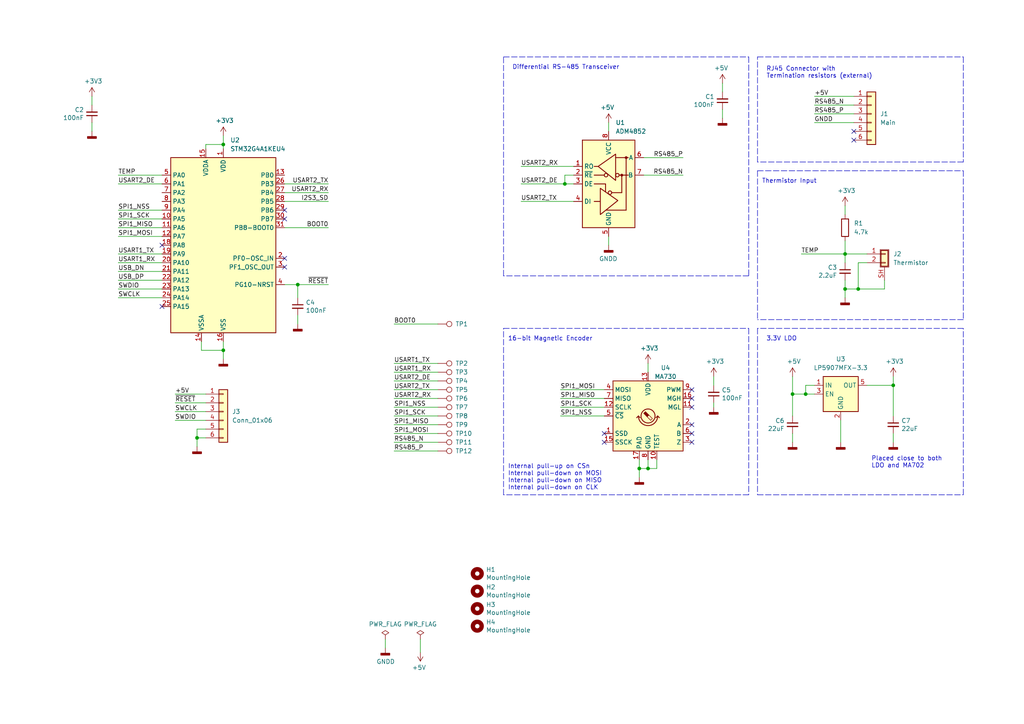
<source format=kicad_sch>
(kicad_sch (version 20211123) (generator eeschema)
  (paper "A4")
  (title_block (title "Differential Encoder") (date "2020-10-20") (rev "1") (company "ODrive Robotics") (comment 1 "Wetmelon"))
  (lib_symbols
    (symbol "Connector:TestPoint" (pin_numbers hide) (pin_names (offset 0.762) hide)
      (property "Reference" "TP" (at 0 6.858 0))
      (property "Value" "TestPoint" (at 0 5.08 0))
      (symbol "TestPoint_0_1"
        (circle (center 0 3.302) (radius 0.762))
      )
      (symbol "TestPoint_1_1"
        (pin passive line (at 0 0 90) (length 2.54) (name "1") (number "1"))
      )
    )
    (symbol "Connector_Generic:Conn_01x06" (pin_names (offset 1.016) hide)
      (property "Reference" "J" (at 0 7.62 0))
      (property "Value" "Conn_01x06" (at 0 -10.16 0))
      (symbol "Conn_01x06_1_1"
        (rectangle (start -1.27 -7.493) (end 0 -7.747) (stroke (width 0.1524)))
        (rectangle (start -1.27 -4.953) (end 0 -5.207) (stroke (width 0.1524)))
        (rectangle (start -1.27 -2.413) (end 0 -2.667) (stroke (width 0.1524)))
        (rectangle (start -1.27 0.127) (end 0 -0.127) (stroke (width 0.1524)))
        (rectangle (start -1.27 2.667) (end 0 2.413) (stroke (width 0.1524)))
        (rectangle (start -1.27 5.207) (end 0 4.953) (stroke (width 0.1524)))
        (rectangle (start -1.27 6.35) (end 1.27 -8.89) (stroke (width 0.254)) (fill (type background)))
        (pin passive line (at -5.08 5.08 0) (length 3.81) (name "Pin_1") (number "1"))
        (pin passive line (at -5.08 2.54 0) (length 3.81) (name "Pin_2") (number "2"))
        (pin passive line (at -5.08 0 0) (length 3.81) (name "Pin_3") (number "3"))
        (pin passive line (at -5.08 -2.54 0) (length 3.81) (name "Pin_4") (number "4"))
        (pin passive line (at -5.08 -5.08 0) (length 3.81) (name "Pin_5") (number "5"))
        (pin passive line (at -5.08 -7.62 0) (length 3.81) (name "Pin_6") (number "6"))
      )
    )
    (symbol "Connector_Generic_Shielded:Conn_01x02_Shielded" (pin_names (offset 1.016) hide)
      (property "Reference" "J" (at 0.254 2.286 0))
      (property "Value" "Conn_01x02_Shielded" (at 1.016 -4.826 0))
      (symbol "Conn_01x02_Shielded_1_1"
        (rectangle (start -1.27 1.27) (end 1.27 -3.81) (stroke (width 0.1524)))
        (rectangle (start -1.016 -2.413) (end 0.254 -2.667) (stroke (width 0.1524)))
        (rectangle (start -1.016 0.127) (end 0.254 -0.127) (stroke (width 0.1524)))
        (rectangle (start -1.016 1.016) (end 1.016 -3.556) (stroke (width 0.254)) (fill (type background)))
        (pin passive line (at -5.08 0 0) (length 4.064) (name "Pin_1") (number "1"))
        (pin passive line (at -5.08 -2.54 0) (length 4.064) (name "Pin_2") (number "2"))
        (pin passive line (at 0 -7.62 90) (length 3.81) (name "Shield") (number "SH"))
      )
    )
    (symbol "Device:C_Small" (pin_numbers hide) (pin_names (offset 0.254) hide)
      (property "Reference" "C" (at 0.254 1.778 0))
      (property "Value" "C_Small" (at 0.254 -2.032 0))
      (symbol "C_Small_0_1"
        (polyline (pts (xy -1.524 -0.508) (xy 1.524 -0.508)) (stroke (width 0.3302)))
        (polyline (pts (xy -1.524 0.508) (xy 1.524 0.508)) (stroke (width 0.3048)))
      )
      (symbol "C_Small_1_1"
        (pin passive line (at 0 2.54 270) (length 2.032) (name "~") (number "1"))
        (pin passive line (at 0 -2.54 90) (length 2.032) (name "~") (number "2"))
      )
    )
    (symbol "Device:R" (pin_numbers hide) (pin_names (offset 0))
      (property "Reference" "R" (at 2.032 0 90))
      (property "Value" "R" (at 0 0 90))
      (symbol "R_0_1"
        (rectangle (start -1.016 -2.54) (end 1.016 2.54) (stroke (width 0.254)))
      )
      (symbol "R_1_1"
        (pin passive line (at 0 3.81 270) (length 1.27) (name "~") (number "1"))
        (pin passive line (at 0 -3.81 90) (length 1.27) (name "~") (number "2"))
      )
    )
    (symbol "Interface_UART:LTC2850xS8"
      (property "Reference" "U2" (at 2.0194 17.78 0))
      (property "Value" "ADM4852" (at 2.0194 15.24 0))
      (symbol "LTC2850xS8_0_1"
        (rectangle (start -7.62 12.7) (end 7.62 -12.7) (stroke (width 0.254)) (fill (type background)))
        (polyline (pts (xy -4.191 2.54) (xy -1.27 2.54)) (stroke (width 0.254)))
        (polyline (pts (xy -2.54 -5.08) (xy -4.191 -5.08)) (stroke (width 0.254)))
        (polyline (pts (xy -0.635 -7.62) (xy 5.08 -7.62)) (stroke (width 0.254)))
        (polyline (pts (xy 0.889 -2.54) (xy 3.81 -2.54)) (stroke (width 0.254)))
        (polyline (pts (xy 2.032 7.62) (xy 5.715 7.62)) (stroke (width 0.254)))
        (polyline (pts (xy 3.048 2.54) (xy 5.715 2.54)) (stroke (width 0.254)))
        (polyline (pts (xy 3.81 -2.54) (xy 3.81 2.54)) (stroke (width 0.254)))
        (polyline (pts (xy 5.08 -7.62) (xy 5.08 7.62)) (stroke (width 0.254)))
        (polyline (pts (xy -4.191 0) (xy -0.889 0) (xy -0.889 -2.286)) (stroke (width 0.254)))
        (polyline (pts (xy -3.175 5.08) (xy -4.191 5.08) (xy -4.064 5.08)) (stroke (width 0.254)))
        (polyline (pts (xy -2.413 -5.08) (xy -2.413 -1.27) (xy 2.667 -4.826) (xy -2.413 -8.89) (xy -2.413 -5.08)) (stroke (width 0.254)))
        (circle (center 0.381 -2.54) (radius 0.508) (stroke (width 0.254)))
        (circle (center 3.81 2.54) (radius 0.2794) (stroke (width 0.254)) (fill (type outline)))
      )
      (symbol "LTC2850xS8_1_1"
        (circle (center -0.762 2.54) (radius 0.508) (stroke (width 0.254)))
        (polyline (pts (xy 2.032 4.826) (xy 2.032 8.636) (xy -3.048 5.08) (xy 2.032 1.016) (xy 2.032 4.826)) (stroke (width 0.254)))
        (circle (center 2.54 2.54) (radius 0.508) (stroke (width 0.254)))
        (circle (center 5.08 7.62) (radius 0.2794) (stroke (width 0.254)) (fill (type outline)))
        (pin output line (at -10.16 5.08 0) (length 2.54) (name "RO") (number "1"))
        (pin input line (at -10.16 2.54 0) (length 2.54) (name "~{RE}") (number "2"))
        (pin input line (at -10.16 0 0) (length 2.54) (name "DE") (number "3"))
        (pin input line (at -10.16 -5.08 0) (length 2.54) (name "DI") (number "4"))
        (pin power_in line (at 0 -15.24 90) (length 2.54) (name "GND") (number "5"))
        (pin bidirectional line (at 10.16 7.62 180) (length 2.54) (name "A") (number "6"))
        (pin bidirectional line (at 10.16 2.54 180) (length 2.54) (name "B") (number "7"))
        (pin power_in line (at 0 15.24 270) (length 2.54) (name "VCC") (number "8"))
        (pin input line (at 0 -15.24 90) (length 2.54) hide (name "") (number "PAD"))
      )
    )
    (symbol "Mechanical:MountingHole" (pin_names (offset 1.016))
      (property "Reference" "H" (at 0 5.08 0))
      (property "Value" "MountingHole" (at 0 3.175 0))
      (symbol "MountingHole_0_1"
        (circle (center 0 0) (radius 1.27) (stroke (width 1.27)))
      )
    )
    (symbol "Regulator_Linear:LP5907MFX-3.3"
      (property "Reference" "U" (at -3.81 6.35 0))
      (property "Value" "LP5907MFX-3.3" (at 6.35 6.35 0))
      (symbol "LP5907MFX-3.3_0_1"
        (rectangle (start -5.08 -5.08) (end 5.08 5.08) (stroke (width 0.254)) (fill (type background)))
        (pin power_in line (at -7.62 2.54 0) (length 2.54) (name "IN") (number "1"))
        (pin power_in line (at 0 -7.62 90) (length 2.54) (name "GND") (number "2"))
        (pin input line (at -7.62 0 0) (length 2.54) (name "EN") (number "3"))
        (pin no_connect line (at 5.08 0 180) (length 2.54) hide (name "NC") (number "4"))
        (pin power_out line (at 7.62 2.54 180) (length 2.54) (name "OUT") (number "5"))
      )
    )
    (symbol "Sensor_Magnetic:MA730"
      (property "Reference" "U" (at -10.16 11.43 0))
      (property "Value" "MA730" (at 10.16 11.43 0))
      (symbol "MA730_0_1"
        (rectangle (start -10.16 10.16) (end 10.16 -10.16) (stroke (width 0.254)) (fill (type background)))
        (arc (start -2.794 0) (mid 0 -2.794) (end 2.794 0) (stroke (width 0.254)))
        (polyline (pts (xy -2.794 0) (xy -3.302 -0.508)) (stroke (width 0.254)))
        (polyline (pts (xy -2.794 0) (xy -2.286 -0.508)) (stroke (width 0.254)))
        (polyline (pts (xy 2.794 0) (xy 2.286 -0.508)) (stroke (width 0.254)))
        (polyline (pts (xy 2.794 0) (xy 3.302 -0.508)) (stroke (width 0.254)))
      )
      (symbol "MA730_1_1"
        (polyline (pts (xy 0.254 0.254) (xy 1.27 -0.762) (xy 0.762 -1.27) (xy -0.254 -0.254)))
        (polyline (pts (xy -0.762 1.27) (xy 0.254 0.254) (xy -0.254 -0.254) (xy -1.27 0.762) (xy -1.016 1.016) (xy -0.762 1.27) (xy -0.635 1.143)) (fill (type outline)))
        (circle (center 0 0) (radius 2.032) (stroke (width 0.254)))
        (pin output line (at -12.7 -5.08 0) (length 2.54) (name "SSD") (number "1"))
        (pin passive line (at 2.54 -12.7 90) (length 2.54) (name "TEST") (number "10"))
        (pin output line (at 12.7 2.54 180) (length 2.54) (name "MGL") (number "11"))
        (pin input line (at -12.7 2.54 0) (length 2.54) (name "SCLK") (number "12"))
        (pin power_in line (at 0 12.7 270) (length 2.54) (name "VDD") (number "13"))
        (pin no_connect line (at 5.08 -10.16 90) (length 2.54) hide (name "NC") (number "14"))
        (pin input line (at -12.7 -7.62 0) (length 2.54) (name "SSCK") (number "15"))
        (pin output line (at 12.7 5.08 180) (length 2.54) (name "MGH") (number "16"))
        (pin input line (at -2.54 -12.7 90) (length 2.54) (name "PAD") (number "17"))
        (pin output line (at 12.7 -2.54 180) (length 2.54) (name "A") (number "2"))
        (pin output line (at 12.7 -7.62 180) (length 2.54) (name "Z") (number "3"))
        (pin input line (at -12.7 7.62 0) (length 2.54) (name "MOSI") (number "4"))
        (pin input line (at -12.7 0 0) (length 2.54) (name "~{CS}") (number "5"))
        (pin output line (at 12.7 -5.08 180) (length 2.54) (name "B") (number "6"))
        (pin output line (at -12.7 5.08 0) (length 2.54) (name "MISO") (number "7"))
        (pin power_in line (at 0 -12.7 90) (length 2.54) (name "GND") (number "8"))
        (pin output line (at 12.7 7.62 180) (length 2.54) (name "PWM") (number "9"))
      )
    )
    (symbol "Wetmelon:STM32G4A1KEU4"
      (property "Reference" "U2" (at 2.0194 30.48 0))
      (property "Value" "STM32G4A1KEU4" (at 2.0194 27.94 0))
      (symbol "STM32G4A1KEU4_0_1"
        (rectangle (start -15.24 -25.4) (end 15.24 25.4) (stroke (width 0.254)) (fill (type background)))
      )
      (symbol "STM32G4A1KEU4_1_1"
        (pin power_in line (at 0 27.94 270) (length 2.54) (name "VDD") (number "1"))
        (pin bidirectional line (at -17.78 7.62 0) (length 2.54) (name "PA5") (number "10"))
        (pin bidirectional line (at -17.78 5.08 0) (length 2.54) (name "PA6") (number "11"))
        (pin bidirectional line (at -17.78 2.54 0) (length 2.54) (name "PA7") (number "12"))
        (pin bidirectional line (at 17.78 20.32 180) (length 2.54) (name "PB0") (number "13"))
        (pin power_in line (at -6.35 -27.94 90) (length 2.54) (name "VSSA") (number "14"))
        (pin power_in line (at -5.08 27.94 270) (length 2.54) (name "VDDA") (number "15"))
        (pin power_in line (at 0 -27.94 90) (length 2.54) (name "VSS") (number "16"))
        (pin power_in line (at 0 27.94 270) (length 2.54) hide (name "VDD") (number "17"))
        (pin bidirectional line (at -17.78 0 0) (length 2.54) (name "PA8") (number "18"))
        (pin bidirectional line (at -17.78 -2.54 0) (length 2.54) (name "PA9") (number "19"))
        (pin bidirectional line (at 17.78 -3.81 180) (length 2.54) (name "PF0-OSC_IN") (number "2"))
        (pin bidirectional line (at -17.78 -5.08 0) (length 2.54) (name "PA10") (number "20"))
        (pin bidirectional line (at -17.78 -7.62 0) (length 2.54) (name "PA11") (number "21"))
        (pin bidirectional line (at -17.78 -10.16 0) (length 2.54) (name "PA12") (number "22"))
        (pin bidirectional line (at -17.78 -12.7 0) (length 2.54) (name "PA13") (number "23"))
        (pin bidirectional line (at -17.78 -15.24 0) (length 2.54) (name "PA14") (number "24"))
        (pin bidirectional line (at -17.78 -17.78 0) (length 2.54) (name "PA15") (number "25"))
        (pin bidirectional line (at 17.78 17.78 180) (length 2.54) (name "PB3") (number "26"))
        (pin bidirectional line (at 17.78 15.24 180) (length 2.54) (name "PB4") (number "27"))
        (pin bidirectional line (at 17.78 12.7 180) (length 2.54) (name "PB5") (number "28"))
        (pin bidirectional line (at 17.78 10.16 180) (length 2.54) (name "PB6") (number "29"))
        (pin bidirectional line (at 17.78 -6.35 180) (length 2.54) (name "PF1_OSC_OUT") (number "3"))
        (pin bidirectional line (at 17.78 7.62 180) (length 2.54) (name "PB7") (number "30"))
        (pin bidirectional line (at 17.78 5.08 180) (length 2.54) (name "PB8-BOOT0") (number "31"))
        (pin power_in line (at 0 -27.94 90) (length 2.54) hide (name "VSS") (number "32"))
        (pin input line (at 0 -27.94 90) (length 2.54) hide (name "PAD") (number "33"))
        (pin bidirectional line (at 17.78 -11.43 180) (length 2.54) (name "PG10-NRST") (number "4"))
        (pin bidirectional line (at -17.78 20.32 0) (length 2.54) (name "PA0") (number "5"))
        (pin bidirectional line (at -17.78 17.78 0) (length 2.54) (name "PA1") (number "6"))
        (pin bidirectional line (at -17.78 15.24 0) (length 2.54) (name "PA2") (number "7"))
        (pin bidirectional line (at -17.78 12.7 0) (length 2.54) (name "PA3") (number "8"))
        (pin bidirectional line (at -17.78 10.16 0) (length 2.54) (name "PA4") (number "9"))
      )
    )
    (symbol "power:+3.3V" (power) (pin_names (offset 0))
      (property "Value" "+3.3V" (at 0 3.556 0))
      (symbol "+3.3V_0_1"
        (polyline (pts (xy -0.762 1.27) (xy 0 2.54)))
        (polyline (pts (xy 0 0) (xy 0 2.54)))
        (polyline (pts (xy 0 2.54) (xy 0.762 1.27)))
      )
      (symbol "+3.3V_1_1"
        (pin power_in line (at 0 0 90) (length 0) hide (name "+3V3") (number "1"))
      )
    )
    (symbol "power:+5V" (power) (pin_names (offset 0))
      (property "Value" "+5V" (at 0 3.556 0))
      (symbol "+5V_0_1"
        (polyline (pts (xy -0.762 1.27) (xy 0 2.54)))
        (polyline (pts (xy 0 0) (xy 0 2.54)))
        (polyline (pts (xy 0 2.54) (xy 0.762 1.27)))
      )
      (symbol "+5V_1_1"
        (pin power_in line (at 0 0 90) (length 0) hide (name "+5V") (number "1"))
      )
    )
    (symbol "power:GNDD" (power) (pin_names (offset 0))
      (property "Value" "GNDD" (at 0 -3.175 0))
      (symbol "GNDD_0_1"
        (rectangle (start -1.27 -1.524) (end 1.27 -2.032) (stroke (width 0.254)) (fill (type outline)))
        (polyline (pts (xy 0 0) (xy 0 -1.524)))
      )
      (symbol "GNDD_1_1"
        (pin power_in line (at 0 0 270) (length 0) hide (name "GNDD") (number "1"))
      )
    )
    (symbol "power:PWR_FLAG" (power) (pin_numbers hide) (pin_names (offset 0) hide)
      (property "Value" "PWR_FLAG" (at 0 3.81 0))
      (symbol "PWR_FLAG_0_0"
        (pin power_out line (at 0 0 90) (length 0) (name "pwr") (number "1"))
      )
      (symbol "PWR_FLAG_0_1"
        (polyline (pts (xy 0 0) (xy 0 1.27) (xy -1.016 1.905) (xy 0 2.54) (xy 1.016 1.905) (xy 0 1.27)))
      )
    )
  )
  (junction (at 57.15 127))
  (junction (at 248.92 83.82))
  (junction (at 163.83 53.34))
  (junction (at 64.77 101.6))
  (junction (at 259.08 111.76))
  (junction (at 245.11 83.82))
  (junction (at 64.77 41.91))
  (junction (at 233.68 114.3))
  (junction (at 185.42 135.89))
  (junction (at 245.11 73.66))
  (junction (at 86.36 82.55))
  (junction (at 187.96 135.89))
  (junction (at 229.87 114.3))
  (no_connect (at 82.55 63.5))
  (no_connect (at 82.55 60.96))
  (no_connect (at 175.26 125.73))
  (no_connect (at 200.66 118.11))
  (no_connect (at 200.66 123.19))
  (no_connect (at 46.99 88.9))
  (no_connect (at 247.65 38.1))
  (no_connect (at 82.55 77.47))
  (no_connect (at 46.99 71.12))
  (no_connect (at 247.65 40.64))
  (no_connect (at 175.26 128.27))
  (no_connect (at 200.66 113.03))
  (no_connect (at 82.55 74.93))
  (no_connect (at 200.66 128.27))
  (no_connect (at 200.66 125.73))
  (no_connect (at 200.66 115.57))
  (wire (pts (xy 34.29 63.5) (xy 46.99 63.5)))
  (wire (pts (xy 26.67 35.56) (xy 26.67 38.1)))
  (wire (pts (xy 34.29 68.58) (xy 46.99 68.58)))
  (wire (pts (xy 34.29 73.66) (xy 46.99 73.66)))
  (wire (pts (xy 245.11 81.28) (xy 245.11 83.82)))
  (wire (pts (xy 34.29 60.96) (xy 46.99 60.96)))
  (wire (pts (xy 114.3 120.65) (xy 127 120.65)))
  (polyline (pts (xy 279.4 49.53) (xy 279.4 92.71)))
  (wire (pts (xy 114.3 128.27) (xy 127 128.27)))
  (wire (pts (xy 243.84 121.92) (xy 243.84 128.27)))
  (polyline (pts (xy 219.71 143.51) (xy 279.4 143.51)))
  (wire (pts (xy 187.96 135.89) (xy 190.5 135.89)))
  (wire (pts (xy 34.29 50.8) (xy 46.99 50.8)))
  (wire (pts (xy 251.46 73.66) (xy 245.11 73.66)))
  (wire (pts (xy 114.3 110.49) (xy 127 110.49)))
  (wire (pts (xy 236.22 30.48) (xy 247.65 30.48)))
  (wire (pts (xy 162.56 118.11) (xy 175.26 118.11)))
  (wire (pts (xy 59.69 43.18) (xy 59.69 41.91)))
  (polyline (pts (xy 219.71 49.53) (xy 219.71 92.71)))
  (wire (pts (xy 114.3 107.95) (xy 127 107.95)))
  (polyline (pts (xy 219.71 49.53) (xy 279.4 49.53)))
  (wire (pts (xy 34.29 86.36) (xy 46.99 86.36)))
  (wire (pts (xy 57.15 129.54) (xy 57.15 127)))
  (wire (pts (xy 86.36 91.44) (xy 86.36 93.98)))
  (wire (pts (xy 259.08 109.22) (xy 259.08 111.76)))
  (wire (pts (xy 233.68 114.3) (xy 229.87 114.3)))
  (polyline (pts (xy 279.4 46.99) (xy 219.71 46.99)))
  (wire (pts (xy 207.01 116.84) (xy 207.01 118.11)))
  (polyline (pts (xy 217.17 80.01) (xy 146.05 80.01)))
  (wire (pts (xy 64.77 101.6) (xy 64.77 104.14)))
  (wire (pts (xy 50.8 121.92) (xy 59.69 121.92)))
  (wire (pts (xy 64.77 41.91) (xy 64.77 43.18)))
  (wire (pts (xy 163.83 50.8) (xy 163.83 53.34)))
  (wire (pts (xy 162.56 115.57) (xy 175.26 115.57)))
  (wire (pts (xy 82.55 82.55) (xy 86.36 82.55)))
  (wire (pts (xy 34.29 83.82) (xy 46.99 83.82)))
  (wire (pts (xy 232.41 73.66) (xy 245.11 73.66)))
  (wire (pts (xy 162.56 113.03) (xy 175.26 113.03)))
  (wire (pts (xy 245.11 83.82) (xy 245.11 86.36)))
  (wire (pts (xy 58.42 99.06) (xy 58.42 101.6)))
  (wire (pts (xy 236.22 27.94) (xy 247.65 27.94)))
  (wire (pts (xy 151.13 48.26) (xy 166.37 48.26)))
  (wire (pts (xy 50.8 116.84) (xy 59.69 116.84)))
  (wire (pts (xy 233.68 111.76) (xy 233.68 114.3)))
  (polyline (pts (xy 279.4 16.51) (xy 279.4 46.99)))
  (wire (pts (xy 114.3 125.73) (xy 127 125.73)))
  (wire (pts (xy 57.15 124.46) (xy 59.69 124.46)))
  (wire (pts (xy 245.11 59.69) (xy 245.11 62.23)))
  (wire (pts (xy 187.96 135.89) (xy 187.96 133.35)))
  (wire (pts (xy 248.92 76.2) (xy 248.92 83.82)))
  (wire (pts (xy 34.29 81.28) (xy 46.99 81.28)))
  (polyline (pts (xy 146.05 80.01) (xy 146.05 16.51)))
  (wire (pts (xy 209.55 24.13) (xy 209.55 26.67)))
  (wire (pts (xy 256.54 83.82) (xy 256.54 81.28)))
  (wire (pts (xy 114.3 118.11) (xy 127 118.11)))
  (wire (pts (xy 229.87 125.73) (xy 229.87 128.27)))
  (wire (pts (xy 185.42 135.89) (xy 185.42 133.35)))
  (wire (pts (xy 151.13 58.42) (xy 166.37 58.42)))
  (wire (pts (xy 236.22 114.3) (xy 233.68 114.3)))
  (polyline (pts (xy 217.17 143.51) (xy 146.05 143.51)))
  (wire (pts (xy 86.36 82.55) (xy 95.25 82.55)))
  (wire (pts (xy 34.29 76.2) (xy 46.99 76.2)))
  (wire (pts (xy 114.3 130.81) (xy 127 130.81)))
  (polyline (pts (xy 279.4 143.51) (xy 279.4 95.25)))
  (wire (pts (xy 248.92 83.82) (xy 245.11 83.82)))
  (polyline (pts (xy 146.05 143.51) (xy 146.05 95.25)))
  (wire (pts (xy 127 93.98) (xy 114.3 93.98)))
  (wire (pts (xy 176.53 68.58) (xy 176.53 71.12)))
  (wire (pts (xy 151.13 53.34) (xy 163.83 53.34)))
  (wire (pts (xy 186.69 45.72) (xy 198.12 45.72)))
  (wire (pts (xy 86.36 82.55) (xy 86.36 86.36)))
  (wire (pts (xy 236.22 33.02) (xy 247.65 33.02)))
  (wire (pts (xy 209.55 34.29) (xy 209.55 31.75)))
  (polyline (pts (xy 217.17 95.25) (xy 217.17 143.51)))
  (wire (pts (xy 248.92 83.82) (xy 256.54 83.82)))
  (wire (pts (xy 259.08 125.73) (xy 259.08 128.27)))
  (wire (pts (xy 64.77 39.37) (xy 64.77 41.91)))
  (wire (pts (xy 229.87 109.22) (xy 229.87 114.3)))
  (wire (pts (xy 121.92 189.23) (xy 121.92 185.42)))
  (wire (pts (xy 236.22 35.56) (xy 247.65 35.56)))
  (wire (pts (xy 64.77 99.06) (xy 64.77 101.6)))
  (wire (pts (xy 57.15 127) (xy 57.15 124.46)))
  (polyline (pts (xy 279.4 92.71) (xy 219.71 92.71)))
  (wire (pts (xy 50.8 114.3) (xy 59.69 114.3)))
  (wire (pts (xy 251.46 76.2) (xy 248.92 76.2)))
  (wire (pts (xy 163.83 50.8) (xy 166.37 50.8)))
  (wire (pts (xy 186.69 50.8) (xy 198.12 50.8)))
  (wire (pts (xy 185.42 138.43) (xy 185.42 135.89)))
  (wire (pts (xy 114.3 115.57) (xy 127 115.57)))
  (wire (pts (xy 50.8 119.38) (xy 59.69 119.38)))
  (wire (pts (xy 187.96 105.41) (xy 187.96 107.95)))
  (wire (pts (xy 259.08 111.76) (xy 259.08 120.65)))
  (wire (pts (xy 95.25 55.88) (xy 82.55 55.88)))
  (wire (pts (xy 245.11 73.66) (xy 245.11 69.85)))
  (polyline (pts (xy 219.71 46.99) (xy 219.71 16.51)))
  (wire (pts (xy 162.56 120.65) (xy 175.26 120.65)))
  (polyline (pts (xy 219.71 16.51) (xy 279.4 16.51)))
  (polyline (pts (xy 146.05 95.25) (xy 217.17 95.25)))
  (wire (pts (xy 26.67 27.94) (xy 26.67 30.48)))
  (wire (pts (xy 34.29 66.04) (xy 46.99 66.04)))
  (wire (pts (xy 82.55 58.42) (xy 95.25 58.42)))
  (wire (pts (xy 114.3 105.41) (xy 127 105.41)))
  (polyline (pts (xy 146.05 16.51) (xy 217.17 16.51)))
  (wire (pts (xy 59.69 41.91) (xy 64.77 41.91)))
  (wire (pts (xy 111.76 185.42) (xy 111.76 187.96)))
  (wire (pts (xy 236.22 111.76) (xy 233.68 111.76)))
  (wire (pts (xy 190.5 135.89) (xy 190.5 133.35)))
  (wire (pts (xy 58.42 101.6) (xy 64.77 101.6)))
  (wire (pts (xy 163.83 53.34) (xy 166.37 53.34)))
  (polyline (pts (xy 219.71 95.25) (xy 219.71 143.51)))
  (polyline (pts (xy 217.17 16.51) (xy 217.17 80.01)))
  (wire (pts (xy 229.87 114.3) (xy 229.87 120.65)))
  (wire (pts (xy 176.53 35.56) (xy 176.53 38.1)))
  (polyline (pts (xy 279.4 95.25) (xy 219.71 95.25)))
  (wire (pts (xy 207.01 109.22) (xy 207.01 111.76)))
  (wire (pts (xy 114.3 123.19) (xy 127 123.19)))
  (wire (pts (xy 95.25 53.34) (xy 82.55 53.34)))
  (wire (pts (xy 57.15 127) (xy 59.69 127)))
  (wire (pts (xy 185.42 135.89) (xy 187.96 135.89)))
  (wire (pts (xy 114.3 113.03) (xy 127 113.03)))
  (wire (pts (xy 245.11 73.66) (xy 245.11 76.2)))
  (wire (pts (xy 34.29 78.74) (xy 46.99 78.74)))
  (wire (pts (xy 82.55 66.04) (xy 95.25 66.04)))
  (wire (pts (xy 34.29 53.34) (xy 46.99 53.34)))
  (wire (pts (xy 251.46 111.76) (xy 259.08 111.76)))
  (text "Thermistor Input" (at 220.98 53.34 0) (effects (font (size 1.27 1.27)) (justify left bottom)))
  (text "Internal pull-up on CSn\nInternal pull-down on MOSI\nInternal pull-down on MISO\nInternal pull-down on CLK" (at 147.32 142.24 0) (effects (font (size 1.27 1.27)) (justify left bottom)))
  (text "16-bit Magnetic Encoder" (at 147.32 99.06 0) (effects (font (size 1.27 1.27)) (justify left bottom)))
  (text "Placed close to both\nLDO and MA702" (at 252.73 135.89 0) (effects (font (size 1.27 1.27)) (justify left bottom)))
  (text "3.3V LDO" (at 222.25 99.06 0) (effects (font (size 1.27 1.27)) (justify left bottom)))
  (text "Differential RS-485 Transceiver" (at 148.59 20.32 0) (effects (font (size 1.27 1.27)) (justify left bottom)))
  (text "RJ45 Connector with\nTermination resistors (external)" (at 222.25 22.86 0) (effects (font (size 1.27 1.27)) (justify left bottom)))
  (label "RS485_P" (at 198.12 45.72 180))
  (label "RS485_N" (at 236.22 30.48 0))
  (label "SWCLK" (at 50.8 119.38 0))
  (label "USB_DP" (at 34.29 81.28 0))
  (label "USART1_TX" (at 34.29 73.66 0))
  (label "SPI1_SCK" (at 114.3 120.65 0))
  (label "+5V" (at 236.22 27.94 0))
  (label "USART2_RX" (at 95.25 55.88 180))
  (label "RS485_N" (at 114.3 128.27 0))
  (label "BOOT0" (at 95.25 66.04 180))
  (label "SPI1_MISO" (at 114.3 123.19 0))
  (label "RS485_P" (at 236.22 33.02 0))
  (label "SPI1_MISO" (at 34.29 66.04 0))
  (label "USART2_TX" (at 95.25 53.34 180))
  (label "SPI1_SCK" (at 162.56 118.11 0))
  (label "SPI1_SCK" (at 34.29 63.5 0))
  (label "SPI1_MOSI" (at 114.3 125.73 0))
  (label "SWCLK" (at 34.29 86.36 0))
  (label "USART2_RX" (at 151.13 48.26 0))
  (label "RS485_P" (at 114.3 130.81 0))
  (label "RS485_N" (at 198.12 50.8 180))
  (label "USART2_DE" (at 114.3 110.49 0))
  (label "SPI1_NSS" (at 114.3 118.11 0))
  (label "TEMP" (at 232.41 73.66 0))
  (label "SPI1_MOSI" (at 34.29 68.58 0))
  (label "BOOT0" (at 114.3 93.98 0))
  (label "SPI1_NSS" (at 162.56 120.65 0))
  (label "~{RESET}" (at 50.8 116.84 0))
  (label "+5V" (at 50.8 114.3 0))
  (label "USART1_RX" (at 34.29 76.2 0))
  (label "SPI1_MOSI" (at 162.56 113.03 0))
  (label "USART2_RX" (at 114.3 115.57 0))
  (label "SWDIO" (at 50.8 121.92 0))
  (label "USB_DN" (at 34.29 78.74 0))
  (label "USART2_TX" (at 151.13 58.42 0))
  (label "I2S3_SD" (at 95.25 58.42 180))
  (label "SPI1_NSS" (at 34.29 60.96 0))
  (label "SWDIO" (at 34.29 83.82 0))
  (label "~{RESET}" (at 95.25 82.55 180))
  (label "USART2_TX" (at 114.3 113.03 0))
  (label "USART2_DE" (at 34.29 53.34 0))
  (label "USART1_RX" (at 114.3 107.95 0))
  (label "SPI1_MISO" (at 162.56 115.57 0))
  (label "GNDD" (at 236.22 35.56 0))
  (label "TEMP" (at 34.29 50.8 0))
  (label "USART1_TX" (at 114.3 105.41 0))
  (label "USART2_DE" (at 151.13 53.34 0))
  (symbol (lib_id "power:+5V") (at 176.53 35.56 0) (mirror y) (unit 1)
    (property "Reference" "#PWR04" (effects hide))
    (property "Value" "+5V" (at 176.149 31.1658 0))
  )
  (symbol (lib_id "power:GNDD") (at 176.53 71.12 0) (mirror y) (unit 1)
    (property "Reference" "#PWR08" (effects hide))
    (property "Value" "GNDD" (at 176.4284 75.057 0))
  )
  (symbol (lib_id "power:+5V") (at 121.92 189.23 180) (unit 1)
    (property "Reference" "#PWR023" (effects hide))
    (property "Value" "+5V" (at 121.539 193.6242 0))
  )
  (symbol (lib_id "power:PWR_FLAG") (at 121.92 185.42 0) (unit 1)
    (property "Reference" "#FLG02" (effects hide))
    (property "Value" "PWR_FLAG" (at 121.92 181.0258 0))
  )
  (symbol (lib_id "power:GNDD") (at 111.76 187.96 0) (unit 1)
    (property "Reference" "#PWR022" (effects hide))
    (property "Value" "GNDD" (at 111.8616 191.897 0))
  )
  (symbol (lib_id "power:PWR_FLAG") (at 111.76 185.42 0) (unit 1)
    (property "Reference" "#FLG01" (effects hide))
    (property "Value" "PWR_FLAG" (at 111.76 181.0258 0))
  )
  (symbol (lib_id "Sensor_Magnetic:MA730") (at 187.96 120.65 0) (unit 1)
    (property "Reference" "U4" (at 193.04 106.68 0))
    (property "Value" "MA730" (at 193.04 109.22 0))
    (property "Footprint" "Package_DFN_QFN:QFN-16-1EP_3x3mm_P0.5mm_EP1.7x1.7mm" (effects hide))
    (property "Datasheet" "https://www.monolithicpower.com/pub/media/document/m/a/ma730_r1.01.pdf" (effects hide))
  )
  (symbol (lib_id "power:+3.3V") (at 187.96 105.41 0) (unit 1)
    (property "Reference" "#PWR012" (effects hide))
    (property "Value" "+3.3V" (at 188.341 101.0158 0))
  )
  (symbol (lib_id "Device:C_Small") (at 229.87 123.19 0) (mirror y) (unit 1)
    (property "Reference" "C6" (at 227.5586 122.0216 0) (effects (justify left)))
    (property "Value" "22uF" (at 227.5586 124.333 0) (effects (justify left)))
    (property "Footprint" "Capacitor_SMD:C_0805_2012Metric" (effects hide))
  )
  (symbol (lib_id "power:+5V") (at 229.87 109.22 0) (unit 1)
    (property "Reference" "#PWR014" (effects hide))
    (property "Value" "+5V" (at 230.251 104.8258 0))
  )
  (symbol (lib_id "power:+3.3V") (at 259.08 109.22 0) (unit 1)
    (property "Reference" "#PWR015" (effects hide))
    (property "Value" "+3.3V" (at 259.461 104.8258 0))
  )
  (symbol (lib_id "Device:C_Small") (at 259.08 123.19 0) (unit 1)
    (property "Reference" "C7" (at 261.4168 122.0216 0) (effects (justify left)))
    (property "Value" "22uF" (at 261.4168 124.333 0) (effects (justify left)))
    (property "Footprint" "Capacitor_SMD:C_0805_2012Metric" (effects hide))
  )
  (symbol (lib_id "power:GNDD") (at 229.87 128.27 0) (unit 1)
    (property "Reference" "#PWR017" (effects hide))
    (property "Value" "GNDD" (effects hide))
  )
  (symbol (lib_id "power:GNDD") (at 243.84 128.27 0) (unit 1)
    (property "Reference" "#PWR018" (effects hide))
    (property "Value" "GNDD" (effects hide))
  )
  (symbol (lib_id "power:GNDD") (at 259.08 128.27 0) (unit 1)
    (property "Reference" "#PWR019" (effects hide))
    (property "Value" "GNDD" (effects hide))
  )
  (symbol (lib_id "power:GNDD") (at 185.42 138.43 0) (unit 1)
    (property "Reference" "#PWR021" (effects hide))
    (property "Value" "GNDD" (effects hide))
  )
  (symbol (lib_id "Device:C_Small") (at 209.55 29.21 0) (mirror x) (unit 1)
    (property "Reference" "C1" (at 207.2386 28.0416 0) (effects (justify right)))
    (property "Value" "100nF" (at 207.2386 30.353 0) (effects (justify right)))
    (property "Footprint" "Capacitor_SMD:C_0402_1005Metric" (effects hide))
  )
  (symbol (lib_id "power:GNDD") (at 209.55 34.29 0) (unit 1)
    (property "Reference" "#PWR03" (effects hide))
    (property "Value" "GNDD" (effects hide))
  )
  (symbol (lib_id "power:+5V") (at 209.55 24.13 0) (mirror y) (unit 1)
    (property "Reference" "#PWR01" (effects hide))
    (property "Value" "+5V" (at 209.169 19.7358 0))
  )
  (symbol (lib_id "Mechanical:MountingHole") (at 138.43 166.37 0) (unit 1)
    (property "Reference" "H1" (at 140.97 165.2016 0) (effects (justify left)))
    (property "Value" "MountingHole" (at 140.97 167.513 0) (effects (justify left)))
    (property "Footprint" "MountingHole:MountingHole_3mm" (effects hide))
  )
  (symbol (lib_id "Mechanical:MountingHole") (at 138.43 171.45 0) (unit 1)
    (property "Reference" "H2" (at 140.97 170.2816 0) (effects (justify left)))
    (property "Value" "MountingHole" (at 140.97 172.593 0) (effects (justify left)))
    (property "Footprint" "MountingHole:MountingHole_3mm" (effects hide))
  )
  (symbol (lib_id "power:GNDD") (at 64.77 104.14 0) (unit 1)
    (property "Reference" "#PWR011" (effects hide))
    (property "Value" "GNDD" (effects hide))
  )
  (symbol (lib_id "Wetmelon:STM32G4A1KEU4") (at 64.77 71.12 0) (unit 1)
    (property "Reference" "U2" (at 66.7894 40.64 0) (effects (justify left)))
    (property "Value" "STM32G4A1KEU4" (at 66.7894 43.18 0) (effects (justify left)))
    (property "Footprint" "Package_DFN_QFN:UFQFPN-32-1EP_5x5mm_P0.5mm_EP3.5x3.5mm" (effects hide))
    (property "Datasheet" "https://www.st.com/resource/en/datasheet/stm32g4a1ke.pdf" (effects hide))
  )
  (symbol (lib_id "Connector:TestPoint") (at 127 115.57 270) (unit 1)
    (property "Reference" "TP6" (at 132.08 115.5699 90) (effects (justify left)))
    (property "Value" "TestPoint" (effects hide))
    (property "Footprint" "ODrive_KiCad:TestPoint_Pad_D1.0mm" (effects hide))
  )
  (symbol (lib_id "Connector_Generic:Conn_01x06") (at 64.77 119.38 0) (unit 1)
    (property "Reference" "J3" (at 67.31 119.3799 0) (effects (justify left)))
    (property "Value" "Conn_01x06" (at 67.31 121.9199 0) (effects (justify left)))
    (property "Footprint" "Connector:Tag-Connect_TC2030-IDC-NL_2x03_P1.27mm_Vertical" (effects hide))
  )
  (symbol (lib_id "Connector:TestPoint") (at 127 107.95 270) (unit 1)
    (property "Reference" "TP3" (at 132.08 107.9499 90) (effects (justify left)))
    (property "Value" "TestPoint" (effects hide))
    (property "Footprint" "ODrive_KiCad:TestPoint_Pad_D1.0mm" (effects hide))
  )
  (symbol (lib_id "Regulator_Linear:LP5907MFX-3.3") (at 243.84 114.3 0) (unit 1)
    (property "Reference" "U3" (at 243.84 104.14 0))
    (property "Value" "LP5907MFX-3.3" (at 243.84 106.68 0))
    (property "Footprint" "Package_TO_SOT_SMD:SOT-23-5" (effects hide))
    (property "Datasheet" "http://www.ti.com/lit/ds/symlink/lp5907.pdf" (effects hide))
  )
  (symbol (lib_id "power:+3.3V") (at 64.77 39.37 0) (unit 1)
    (property "Reference" "#PWR06" (effects hide))
    (property "Value" "+3.3V" (at 65.151 34.9758 0))
  )
  (symbol (lib_id "Device:R") (at 245.11 66.04 0) (unit 1)
    (property "Reference" "R1" (at 247.65 64.7699 0) (effects (justify left)))
    (property "Value" "4.7k" (at 247.65 67.3099 0) (effects (justify left)))
    (property "Footprint" "Resistor_SMD:R_0402_1005Metric" (effects hide))
  )
  (symbol (lib_id "Connector:TestPoint") (at 127 93.98 270) (unit 1)
    (property "Reference" "TP1" (at 132.08 93.9799 90) (effects (justify left)))
    (property "Value" "TestPoint" (effects hide))
    (property "Footprint" "ODrive_KiCad:TestPoint_Pad_D1.0mm" (effects hide))
  )
  (symbol (lib_id "power:GNDD") (at 207.01 118.11 0) (unit 1)
    (property "Reference" "#PWR016" (effects hide))
    (property "Value" "GNDD" (effects hide))
  )
  (symbol (lib_id "Device:C_Small") (at 207.01 114.3 180) (unit 1)
    (property "Reference" "C5" (at 209.3214 113.1316 0) (effects (justify right)))
    (property "Value" "100nF" (at 209.3214 115.443 0) (effects (justify right)))
    (property "Footprint" "Capacitor_SMD:C_0402_1005Metric" (effects hide))
  )
  (symbol (lib_id "Connector:TestPoint") (at 127 120.65 270) (unit 1)
    (property "Reference" "TP8" (at 132.08 120.6499 90) (effects (justify left)))
    (property "Value" "TestPoint" (effects hide))
    (property "Footprint" "ODrive_KiCad:TestPoint_Pad_D1.0mm" (effects hide))
  )
  (symbol (lib_id "Connector_Generic:Conn_01x06") (at 252.73 33.02 0) (unit 1)
    (property "Reference" "J1" (at 255.27 33.0199 0) (effects (justify left)))
    (property "Value" "Main" (at 255.27 35.5599 0) (effects (justify left)))
    (property "Footprint" "Connector_Molex:Molex_CLIK-Mate_502585-0670_1x06-1MP_P1.50mm_Horizontal" (effects hide))
  )
  (symbol (lib_id "Device:C_Small") (at 245.11 78.74 0) (mirror y) (unit 1)
    (property "Reference" "C3" (at 242.7986 77.5716 0) (effects (justify left)))
    (property "Value" "2.2uF" (at 242.7986 79.883 0) (effects (justify left)))
    (property "Footprint" "Capacitor_SMD:C_0402_1005Metric" (effects hide))
  )
  (symbol (lib_id "power:GNDD") (at 86.36 93.98 0) (unit 1)
    (property "Reference" "#PWR010" (effects hide))
    (property "Value" "GNDD" (effects hide))
  )
  (symbol (lib_id "Connector:TestPoint") (at 127 105.41 270) (unit 1)
    (property "Reference" "TP2" (at 132.08 105.4099 90) (effects (justify left)))
    (property "Value" "TestPoint" (effects hide))
    (property "Footprint" "ODrive_KiCad:TestPoint_Pad_D1.0mm" (effects hide))
  )
  (symbol (lib_id "Connector:TestPoint") (at 127 128.27 270) (unit 1)
    (property "Reference" "TP11" (at 132.08 128.2699 90) (effects (justify left)))
    (property "Value" "TestPoint" (effects hide))
    (property "Footprint" "ODrive_KiCad:TestPoint_Pad_D1.0mm" (effects hide))
  )
  (symbol (lib_id "Interface_UART:LTC2850xS8") (at 176.53 53.34 0) (unit 1)
    (property "Reference" "U1" (at 178.5494 35.56 0) (effects (justify left)))
    (property "Value" "ADM4852" (at 178.5494 38.1 0) (effects (justify left)))
    (property "Footprint" "Package_CSP:LFCSP-8-1EP_3x3mm_P0.5mm_EP1.45x1.74mm" (effects hide))
    (property "Datasheet" "https://www.analog.com/media/en/technical-documentation/data-sheets/285012fe.pdf" (effects hide))
  )
  (symbol (lib_id "power:+3.3V") (at 207.01 109.22 0) (unit 1)
    (property "Reference" "#PWR013" (effects hide))
    (property "Value" "+3.3V" (at 207.391 104.8258 0))
  )
  (symbol (lib_id "Connector:TestPoint") (at 127 125.73 270) (unit 1)
    (property "Reference" "TP10" (at 132.08 125.7299 90) (effects (justify left)))
    (property "Value" "TestPoint" (effects hide))
    (property "Footprint" "ODrive_KiCad:TestPoint_Pad_D1.0mm" (effects hide))
  )
  (symbol (lib_id "power:GNDD") (at 26.67 38.1 0) (unit 1)
    (property "Reference" "#PWR05" (effects hide))
    (property "Value" "GNDD" (effects hide))
  )
  (symbol (lib_id "Mechanical:MountingHole") (at 138.43 176.53 0) (unit 1)
    (property "Reference" "H3" (at 140.97 175.3616 0) (effects (justify left)))
    (property "Value" "MountingHole" (at 140.97 177.673 0) (effects (justify left)))
    (property "Footprint" "MountingHole:MountingHole_3mm" (effects hide))
  )
  (symbol (lib_id "power:+3.3V") (at 26.67 27.94 0) (unit 1)
    (property "Reference" "#PWR02" (effects hide))
    (property "Value" "+3.3V" (at 27.051 23.5458 0))
  )
  (symbol (lib_id "Device:C_Small") (at 86.36 88.9 0) (unit 1)
    (property "Reference" "C4" (at 88.6714 87.7316 0) (effects (justify left)))
    (property "Value" "100nF" (at 88.6714 90.043 0) (effects (justify left)))
    (property "Footprint" "Capacitor_SMD:C_0402_1005Metric" (effects hide))
  )
  (symbol (lib_id "Device:C_Small") (at 26.67 33.02 0) (mirror x) (unit 1)
    (property "Reference" "C2" (at 24.3586 31.8516 0) (effects (justify right)))
    (property "Value" "100nF" (at 24.3586 34.163 0) (effects (justify right)))
    (property "Footprint" "Capacitor_SMD:C_0402_1005Metric" (effects hide))
  )
  (symbol (lib_id "Mechanical:MountingHole") (at 138.43 181.61 0) (unit 1)
    (property "Reference" "H4" (at 140.97 180.4416 0) (effects (justify left)))
    (property "Value" "MountingHole" (at 140.97 182.753 0) (effects (justify left)))
    (property "Footprint" "MountingHole:MountingHole_3mm" (effects hide))
  )
  (symbol (lib_id "Connector:TestPoint") (at 127 130.81 270) (unit 1)
    (property "Reference" "TP12" (at 132.08 130.8099 90) (effects (justify left)))
    (property "Value" "TestPoint" (effects hide))
    (property "Footprint" "ODrive_KiCad:TestPoint_Pad_D1.0mm" (effects hide))
  )
  (symbol (lib_id "Connector:TestPoint") (at 127 123.19 270) (unit 1)
    (property "Reference" "TP9" (at 132.08 123.1899 90) (effects (justify left)))
    (property "Value" "TestPoint" (effects hide))
    (property "Footprint" "ODrive_KiCad:TestPoint_Pad_D1.0mm" (effects hide))
  )
  (symbol (lib_id "power:GNDD") (at 57.15 129.54 0) (unit 1)
    (property "Reference" "#PWR020" (effects hide))
    (property "Value" "GNDD" (effects hide))
  )
  (symbol (lib_id "power:+3.3V") (at 245.11 59.69 0) (unit 1)
    (property "Reference" "#PWR07" (effects hide))
    (property "Value" "+3.3V" (at 245.491 55.2958 0))
  )
  (symbol (lib_id "Connector:TestPoint") (at 127 118.11 270) (unit 1)
    (property "Reference" "TP7" (at 132.08 118.1099 90) (effects (justify left)))
    (property "Value" "TestPoint" (effects hide))
    (property "Footprint" "ODrive_KiCad:TestPoint_Pad_D1.0mm" (effects hide))
  )
  (symbol (lib_id "Connector:TestPoint") (at 127 113.03 270) (unit 1)
    (property "Reference" "TP5" (at 132.08 113.0299 90) (effects (justify left)))
    (property "Value" "TestPoint" (effects hide))
    (property "Footprint" "ODrive_KiCad:TestPoint_Pad_D1.0mm" (effects hide))
  )
  (symbol (lib_id "power:GNDD") (at 245.11 86.36 0) (unit 1)
    (property "Reference" "#PWR09" (effects hide))
    (property "Value" "GNDD" (effects hide))
  )
  (symbol (lib_id "Connector_Generic_Shielded:Conn_01x02_Shielded") (at 256.54 73.66 0) (unit 1)
    (property "Reference" "J2" (at 259.08 73.6599 0) (effects (justify left)))
    (property "Value" "Thermistor" (at 259.08 76.1999 0) (effects (justify left)))
    (property "Footprint" "ODrive_KiCad:JST_GH_SM02B" (effects hide))
  )
  (symbol (lib_id "Connector:TestPoint") (at 127 110.49 270) (unit 1)
    (property "Reference" "TP4" (at 132.08 110.4899 90) (effects (justify left)))
    (property "Value" "TestPoint" (effects hide))
    (property "Footprint" "ODrive_KiCad:TestPoint_Pad_D1.0mm" (effects hide))
  )
)
</source>
